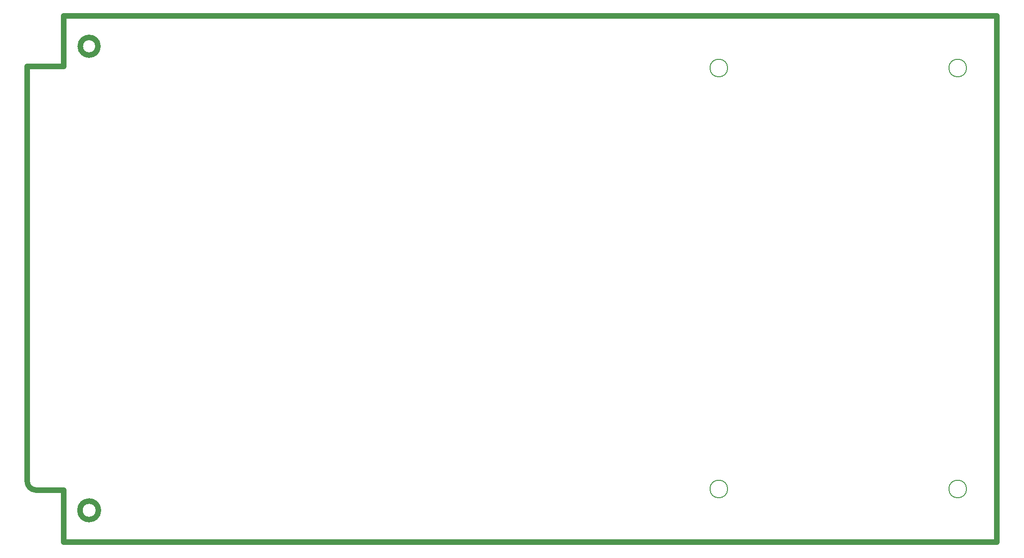
<source format=gbr>
G04 #@! TF.GenerationSoftware,KiCad,Pcbnew,5.0.2+dfsg1-1*
G04 #@! TF.CreationDate,2020-02-15T12:20:28+01:00*
G04 #@! TF.ProjectId,LCD_PMOD,4c43445f-504d-44f4-942e-6b696361645f,rev?*
G04 #@! TF.SameCoordinates,Original*
G04 #@! TF.FileFunction,Profile,NP*
%FSLAX46Y46*%
G04 Gerber Fmt 4.6, Leading zero omitted, Abs format (unit mm)*
G04 Created by KiCad (PCBNEW 5.0.2+dfsg1-1) date subota, 15. veljače 2020. 12:20:28 CET*
%MOMM*%
%LPD*%
G01*
G04 APERTURE LIST*
%ADD10C,1.000000*%
%ADD11C,0.200000*%
G04 APERTURE END LIST*
D10*
X59500000Y-126238000D02*
G75*
G02X57900000Y-124638000I0J1600000D01*
G01*
X64516000Y-40386000D02*
X233172000Y-40386000D01*
X59500000Y-126238000D02*
X64516000Y-126238000D01*
X233172000Y-40386000D02*
X233172000Y-135636000D01*
X64516000Y-49530000D02*
X64516000Y-40386000D01*
X70776200Y-129910000D02*
G75*
G03X70776200Y-129910000I-1676200J0D01*
G01*
X233172000Y-135636000D02*
X64516000Y-135636000D01*
X70700000Y-45910000D02*
G75*
G03X70700000Y-45910000I-1600000J0D01*
G01*
X64516000Y-135636000D02*
X64516000Y-126238000D01*
X57900000Y-124600000D02*
X57912000Y-49530000D01*
X64516000Y-49530000D02*
X57912000Y-49530000D01*
D11*
X184508000Y-126046000D02*
G75*
G03X184508000Y-126046000I-1600000J0D01*
G01*
X227688000Y-49846000D02*
G75*
G03X227688000Y-49846000I-1600000J0D01*
G01*
X184508000Y-49846000D02*
G75*
G03X184508000Y-49846000I-1600000J0D01*
G01*
X227688000Y-126046000D02*
G75*
G03X227688000Y-126046000I-1600000J0D01*
G01*
M02*

</source>
